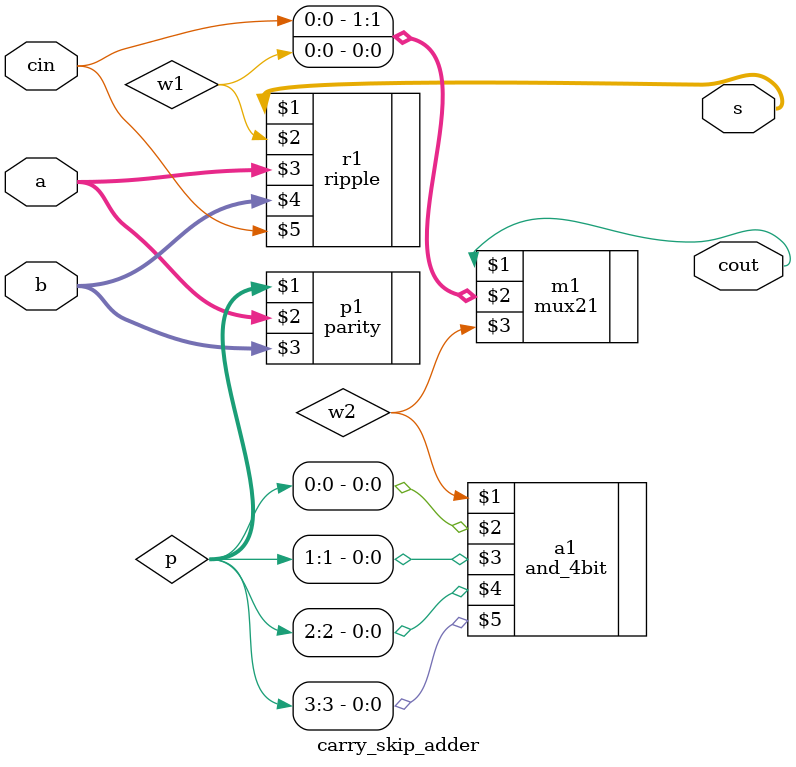
<source format=v>
module carry_skip_adder(s,cout,a,b,cin);
input [3:0] a,b;
input cin;
output cout;
output [3:0] s;
wire w1,w2;
wire [3:0] p;
ripple r1(s[3:0], w1, a[3:0], b[3:0], cin);
parity p1(p,a,b);
and_4bit a1(w2,p[0],p[1],p[2],p[3]);
mux21 m1(cout,{cin,w1},w2);
endmodule

</source>
